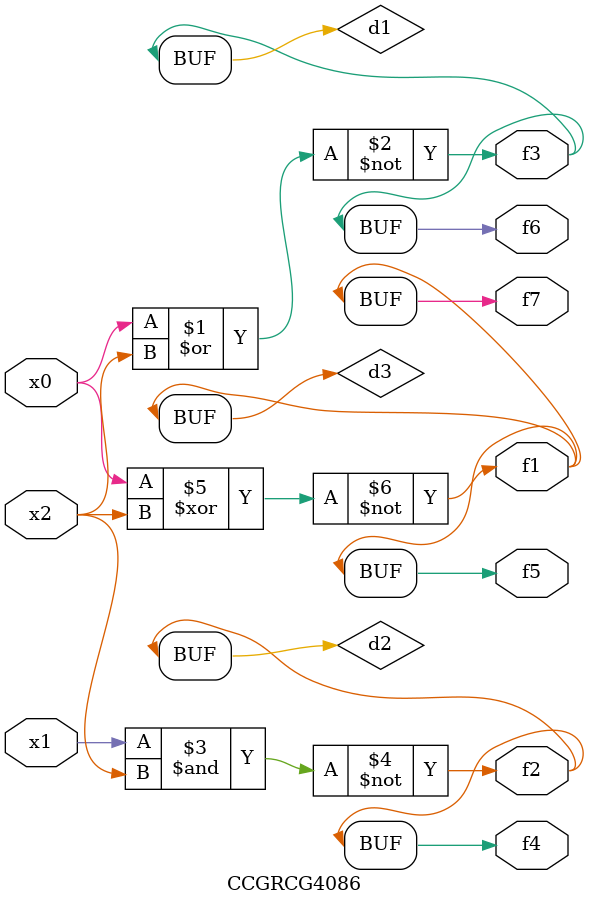
<source format=v>
module CCGRCG4086(
	input x0, x1, x2,
	output f1, f2, f3, f4, f5, f6, f7
);

	wire d1, d2, d3;

	nor (d1, x0, x2);
	nand (d2, x1, x2);
	xnor (d3, x0, x2);
	assign f1 = d3;
	assign f2 = d2;
	assign f3 = d1;
	assign f4 = d2;
	assign f5 = d3;
	assign f6 = d1;
	assign f7 = d3;
endmodule

</source>
